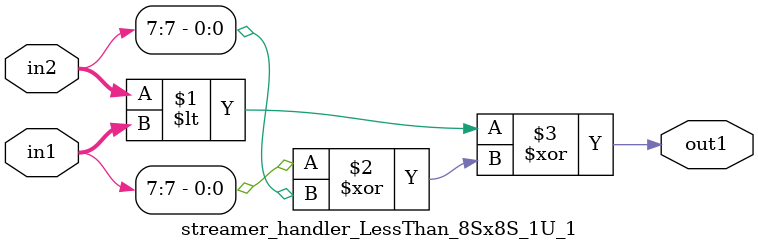
<source format=v>

`timescale 1ps / 1ps


module streamer_handler_LessThan_8Sx8S_1U_1( in2, in1, out1 );

    input [7:0] in2;
    input [7:0] in1;
    output out1;

    
    // rtl_process:streamer_handler_LessThan_8Sx8S_1U_1/streamer_handler_LessThan_8Sx8S_1U_1_thread_1
    assign out1 = (in2 < in1 ^ (in1[7] ^ in2[7]));

endmodule


</source>
